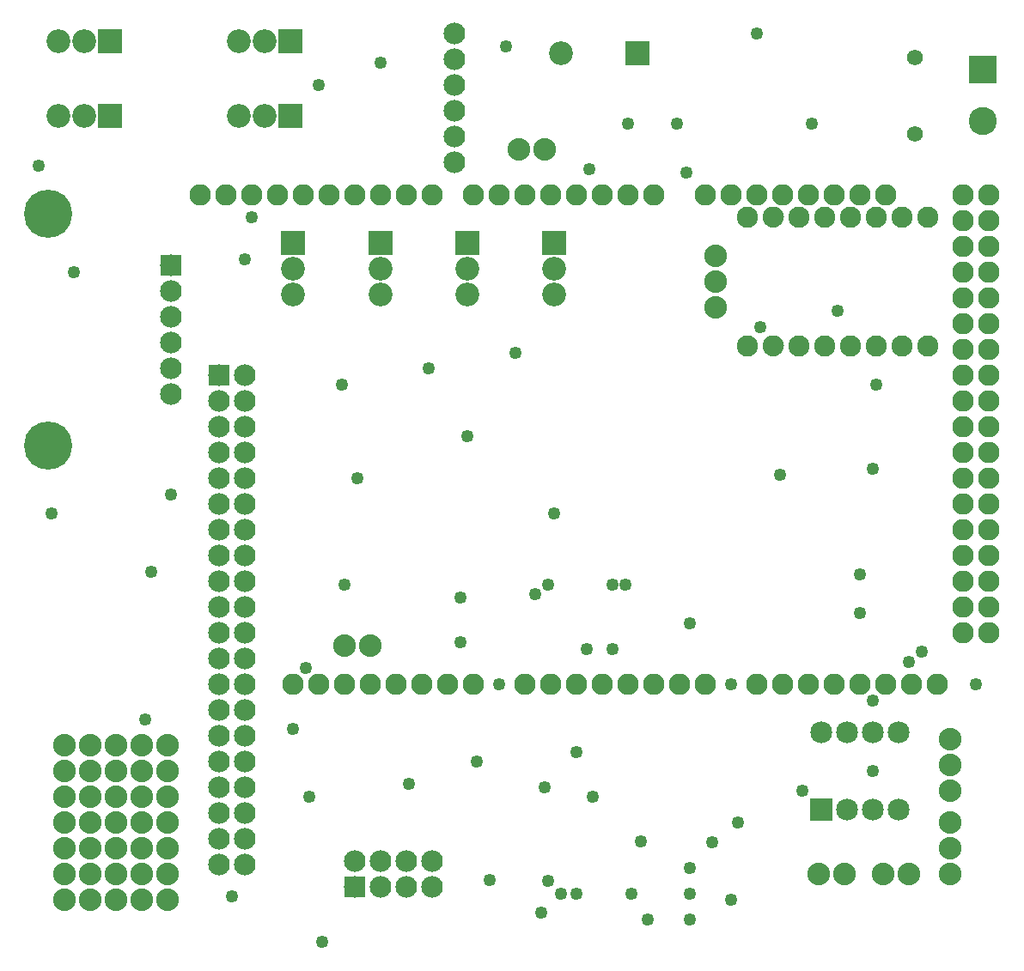
<source format=gbs>
G04 MADE WITH FRITZING*
G04 WWW.FRITZING.ORG*
G04 DOUBLE SIDED*
G04 HOLES PLATED*
G04 CONTOUR ON CENTER OF CONTOUR VECTOR*
%ASAXBY*%
%FSLAX23Y23*%
%MOIN*%
%OFA0B0*%
%SFA1.0B1.0*%
%ADD10C,0.084000*%
%ADD11C,0.049370*%
%ADD12C,0.082472*%
%ADD13C,0.082445*%
%ADD14C,0.082417*%
%ADD15C,0.187165*%
%ADD16C,0.088000*%
%ADD17C,0.085000*%
%ADD18C,0.082917*%
%ADD19C,0.092000*%
%ADD20C,0.061496*%
%ADD21C,0.109055*%
%ADD22R,0.084000X0.084000*%
%ADD23R,0.085000X0.085000*%
%ADD24R,0.092000X0.092000*%
%ADD25R,0.109055X0.109055*%
%ADD26R,0.001000X0.001000*%
%LNMASK0*%
G90*
G70*
G54D10*
X1319Y482D03*
X1419Y482D03*
X1519Y482D03*
X1619Y482D03*
X1319Y382D03*
X1419Y382D03*
X1519Y382D03*
X1619Y382D03*
G54D11*
X144Y1832D03*
X3332Y832D03*
X2882Y3695D03*
X1282Y1557D03*
X532Y1607D03*
X2457Y257D03*
X2432Y558D03*
X1732Y1507D03*
X232Y2770D03*
X1907Y3645D03*
X3094Y3345D03*
X2607Y3157D03*
X919Y2982D03*
X2244Y732D03*
X2057Y770D03*
X1194Y170D03*
X1844Y408D03*
X2782Y332D03*
X2807Y632D03*
X3519Y1295D03*
X3282Y1445D03*
X1419Y3582D03*
X1332Y1970D03*
X2094Y1832D03*
X1757Y2132D03*
X1082Y995D03*
G54D12*
X2844Y2482D03*
X3544Y2982D03*
X3444Y2982D03*
X3344Y2982D03*
X3244Y2982D03*
X3144Y2982D03*
G54D13*
X3044Y2982D03*
G54D12*
X2844Y2982D03*
G54D13*
X3544Y2482D03*
G54D14*
X3444Y2482D03*
G54D13*
X3344Y2482D03*
G54D12*
X3244Y2482D03*
G54D13*
X3144Y2482D03*
G54D14*
X3044Y2482D03*
G54D11*
X2707Y557D03*
X2019Y1520D03*
X2232Y3170D03*
X2070Y407D03*
X2569Y3345D03*
X2382Y3345D03*
X607Y1907D03*
G54D10*
X607Y2794D03*
X607Y2694D03*
X607Y2594D03*
X607Y2494D03*
X607Y2394D03*
X607Y2294D03*
G54D11*
X844Y345D03*
X94Y3182D03*
X1144Y732D03*
X2394Y357D03*
X2182Y357D03*
X2119Y357D03*
X2044Y282D03*
X2620Y257D03*
X2619Y357D03*
X2619Y457D03*
X2181Y905D03*
X3469Y1257D03*
X894Y2820D03*
X3344Y2332D03*
X3282Y1595D03*
X2319Y1557D03*
X2619Y1407D03*
X1794Y870D03*
X1132Y1232D03*
X2219Y1307D03*
X2069Y1557D03*
X2319Y1307D03*
X2369Y1557D03*
X1732Y1332D03*
X3732Y1170D03*
X1532Y782D03*
G54D10*
X1707Y3695D03*
X1707Y3595D03*
X1707Y3495D03*
X1707Y3395D03*
X1707Y3295D03*
X1707Y3195D03*
X1707Y3695D03*
X1707Y3595D03*
X1707Y3495D03*
X1707Y3395D03*
X1707Y3295D03*
X1707Y3195D03*
G54D11*
X3057Y757D03*
G54D15*
X132Y2095D03*
X132Y2995D03*
G54D11*
X1607Y2395D03*
X1944Y2457D03*
X1269Y2332D03*
X1182Y3495D03*
X3332Y1107D03*
X1882Y1170D03*
X507Y1032D03*
X2782Y1170D03*
X3194Y2620D03*
X2969Y1982D03*
X3332Y2007D03*
G54D16*
X594Y332D03*
X494Y332D03*
X394Y332D03*
X294Y332D03*
X194Y332D03*
X594Y932D03*
X494Y932D03*
X394Y932D03*
X294Y932D03*
X194Y932D03*
X194Y732D03*
X294Y732D03*
X394Y732D03*
X494Y732D03*
X494Y432D03*
X494Y532D03*
X194Y432D03*
X194Y532D03*
X294Y432D03*
X294Y532D03*
X394Y432D03*
X394Y532D03*
X594Y432D03*
X594Y532D03*
X194Y832D03*
X294Y832D03*
X394Y832D03*
X494Y832D03*
X494Y632D03*
X594Y632D03*
X1382Y1320D03*
X1282Y1320D03*
X194Y632D03*
X294Y632D03*
X394Y632D03*
X594Y832D03*
X594Y732D03*
G54D11*
X2894Y2557D03*
G54D17*
X3132Y682D03*
X3132Y982D03*
X3232Y682D03*
X3232Y982D03*
X3332Y682D03*
X3332Y982D03*
X3432Y682D03*
X3432Y982D03*
G54D10*
X894Y2370D03*
X894Y2270D03*
X894Y2170D03*
X894Y2070D03*
X894Y1970D03*
X894Y1870D03*
X894Y1770D03*
X894Y1670D03*
X894Y1570D03*
X894Y1470D03*
X894Y1370D03*
X894Y1270D03*
X894Y1170D03*
X894Y1070D03*
X894Y970D03*
X894Y870D03*
X894Y770D03*
X894Y670D03*
X894Y570D03*
X894Y470D03*
X794Y2370D03*
X794Y2270D03*
X794Y2170D03*
X794Y2070D03*
X794Y1970D03*
X794Y1870D03*
X794Y1770D03*
X794Y1670D03*
X794Y1570D03*
X794Y1470D03*
X794Y1370D03*
X794Y1270D03*
X794Y1170D03*
X794Y1070D03*
X794Y970D03*
X794Y870D03*
X794Y770D03*
X794Y670D03*
X794Y570D03*
X794Y470D03*
G54D18*
X2982Y1170D03*
X1382Y1170D03*
X3082Y1170D03*
X3182Y1170D03*
X3282Y1170D03*
X3382Y1170D03*
X3682Y2570D03*
X3482Y1170D03*
X3582Y1170D03*
X1422Y3070D03*
X1982Y1170D03*
X2082Y1170D03*
X2182Y1170D03*
X2282Y1170D03*
X3682Y1770D03*
X2382Y1170D03*
X2482Y1170D03*
X2582Y1170D03*
X2682Y1170D03*
X2182Y3070D03*
X3682Y2970D03*
X3682Y2170D03*
X3682Y1370D03*
X1022Y3070D03*
X1782Y1170D03*
X1782Y3070D03*
X3682Y2770D03*
X3682Y2370D03*
X3682Y1970D03*
X3382Y3070D03*
X3682Y1570D03*
X3282Y3070D03*
X3182Y3070D03*
X3082Y3070D03*
X2982Y3070D03*
X2882Y3070D03*
X2782Y3070D03*
X2682Y3070D03*
X822Y3070D03*
X1222Y3070D03*
X1622Y3070D03*
X1182Y1170D03*
X1582Y1170D03*
X2382Y3070D03*
X1982Y3070D03*
X3682Y3070D03*
X3682Y2870D03*
X3682Y2670D03*
X3682Y2470D03*
X3682Y2270D03*
X3682Y2070D03*
X3682Y1870D03*
X3682Y1670D03*
X3682Y1470D03*
X722Y3070D03*
X922Y3070D03*
X1122Y3070D03*
X1322Y3070D03*
X1522Y3070D03*
X1082Y1170D03*
X1282Y1170D03*
X1482Y1170D03*
X1682Y1170D03*
X2482Y3070D03*
X2282Y3070D03*
X2082Y3070D03*
X1882Y3070D03*
X3782Y3070D03*
X3782Y2970D03*
X3782Y2870D03*
X3782Y2770D03*
X3782Y2670D03*
X3782Y2570D03*
X3782Y2470D03*
X3782Y2370D03*
X3782Y2270D03*
X3782Y2170D03*
X3782Y2070D03*
X3782Y1970D03*
X3782Y1870D03*
X3782Y1770D03*
X3782Y1670D03*
X3782Y1570D03*
X3782Y1470D03*
X3782Y1370D03*
X2882Y1170D03*
G54D19*
X1419Y2882D03*
X1419Y2782D03*
X1419Y2682D03*
X2094Y2882D03*
X2094Y2782D03*
X2094Y2682D03*
X1757Y2882D03*
X1757Y2782D03*
X1757Y2682D03*
X1082Y2882D03*
X1082Y2782D03*
X1082Y2682D03*
G54D16*
X3632Y432D03*
X3632Y532D03*
X3632Y632D03*
X3632Y957D03*
X3632Y857D03*
X3632Y757D03*
X2057Y3245D03*
X1957Y3245D03*
X2719Y2832D03*
X2719Y2732D03*
X2719Y2632D03*
X3119Y432D03*
X3219Y432D03*
X3469Y432D03*
X3369Y432D03*
G54D19*
X2417Y3620D03*
X2119Y3620D03*
G54D20*
X3494Y3307D03*
X3494Y3603D03*
G54D19*
X369Y3377D03*
X269Y3377D03*
X169Y3377D03*
X1069Y3664D03*
X969Y3664D03*
X869Y3664D03*
X369Y3664D03*
X269Y3664D03*
X169Y3664D03*
X1069Y3377D03*
X969Y3377D03*
X869Y3377D03*
G54D21*
X3757Y3557D03*
X3757Y3357D03*
G54D22*
X1319Y382D03*
X607Y2794D03*
G54D23*
X3132Y682D03*
G54D22*
X794Y2370D03*
G54D24*
X1419Y2882D03*
X2094Y2882D03*
X1757Y2882D03*
X1082Y2882D03*
X2418Y3620D03*
X369Y3377D03*
X1069Y3664D03*
X369Y3664D03*
X1069Y3377D03*
G54D25*
X3757Y3557D03*
G54D26*
X2943Y3024D02*
X2944Y3024D01*
X2936Y3023D02*
X2952Y3023D01*
X2932Y3022D02*
X2956Y3022D01*
X2929Y3021D02*
X2959Y3021D01*
X2927Y3020D02*
X2961Y3020D01*
X2925Y3019D02*
X2963Y3019D01*
X2923Y3018D02*
X2965Y3018D01*
X2921Y3017D02*
X2966Y3017D01*
X2920Y3016D02*
X2968Y3016D01*
X2919Y3015D02*
X2969Y3015D01*
X2917Y3014D02*
X2970Y3014D01*
X2916Y3013D02*
X2971Y3013D01*
X2915Y3012D02*
X2972Y3012D01*
X2914Y3011D02*
X2973Y3011D01*
X2913Y3010D02*
X2974Y3010D01*
X2913Y3009D02*
X2975Y3009D01*
X2912Y3008D02*
X2976Y3008D01*
X2911Y3007D02*
X2977Y3007D01*
X2910Y3006D02*
X2977Y3006D01*
X2910Y3005D02*
X2978Y3005D01*
X2909Y3004D02*
X2979Y3004D01*
X2908Y3003D02*
X2979Y3003D01*
X2908Y3002D02*
X2980Y3002D01*
X2907Y3001D02*
X2980Y3001D01*
X2907Y3000D02*
X2981Y3000D01*
X2906Y2999D02*
X2981Y2999D01*
X2906Y2998D02*
X2982Y2998D01*
X2906Y2997D02*
X2982Y2997D01*
X2905Y2996D02*
X2982Y2996D01*
X2905Y2995D02*
X2983Y2995D01*
X2905Y2994D02*
X2983Y2994D01*
X2905Y2993D02*
X2983Y2993D01*
X2904Y2992D02*
X2983Y2992D01*
X2904Y2991D02*
X2984Y2991D01*
X2904Y2990D02*
X2984Y2990D01*
X2904Y2989D02*
X2984Y2989D01*
X2904Y2988D02*
X2984Y2988D01*
X2903Y2987D02*
X2984Y2987D01*
X2903Y2986D02*
X2984Y2986D01*
X2903Y2985D02*
X2984Y2985D01*
X2903Y2984D02*
X2985Y2984D01*
X2903Y2983D02*
X2985Y2983D01*
X2903Y2982D02*
X2985Y2982D01*
X2903Y2981D02*
X2984Y2981D01*
X2903Y2980D02*
X2984Y2980D01*
X2903Y2979D02*
X2984Y2979D01*
X2904Y2978D02*
X2984Y2978D01*
X2904Y2977D02*
X2984Y2977D01*
X2904Y2976D02*
X2984Y2976D01*
X2904Y2975D02*
X2984Y2975D01*
X2904Y2974D02*
X2984Y2974D01*
X2904Y2973D02*
X2983Y2973D01*
X2905Y2972D02*
X2983Y2972D01*
X2905Y2971D02*
X2983Y2971D01*
X2905Y2970D02*
X2983Y2970D01*
X2906Y2969D02*
X2982Y2969D01*
X2906Y2968D02*
X2982Y2968D01*
X2906Y2967D02*
X2981Y2967D01*
X2907Y2966D02*
X2981Y2966D01*
X2907Y2965D02*
X2980Y2965D01*
X2908Y2964D02*
X2980Y2964D01*
X2908Y2963D02*
X2979Y2963D01*
X2909Y2962D02*
X2979Y2962D01*
X2909Y2961D02*
X2978Y2961D01*
X2910Y2960D02*
X2978Y2960D01*
X2911Y2959D02*
X2977Y2959D01*
X2912Y2958D02*
X2976Y2958D01*
X2912Y2957D02*
X2975Y2957D01*
X2913Y2956D02*
X2975Y2956D01*
X2914Y2955D02*
X2974Y2955D01*
X2915Y2954D02*
X2973Y2954D01*
X2916Y2953D02*
X2972Y2953D01*
X2917Y2952D02*
X2971Y2952D01*
X2918Y2951D02*
X2970Y2951D01*
X2920Y2950D02*
X2968Y2950D01*
X2921Y2949D02*
X2967Y2949D01*
X2922Y2948D02*
X2965Y2948D01*
X2924Y2947D02*
X2964Y2947D01*
X2926Y2946D02*
X2962Y2946D01*
X2928Y2945D02*
X2960Y2945D01*
X2931Y2944D02*
X2957Y2944D01*
X2934Y2943D02*
X2954Y2943D01*
X2939Y2942D02*
X2949Y2942D01*
X2944Y2524D02*
X2944Y2524D01*
X2936Y2523D02*
X2952Y2523D01*
X2932Y2522D02*
X2956Y2522D01*
X2929Y2521D02*
X2959Y2521D01*
X2927Y2520D02*
X2961Y2520D01*
X2925Y2519D02*
X2963Y2519D01*
X2923Y2518D02*
X2965Y2518D01*
X2921Y2517D02*
X2966Y2517D01*
X2920Y2516D02*
X2968Y2516D01*
X2919Y2515D02*
X2969Y2515D01*
X2918Y2514D02*
X2970Y2514D01*
X2916Y2513D02*
X2971Y2513D01*
X2915Y2512D02*
X2972Y2512D01*
X2914Y2511D02*
X2973Y2511D01*
X2913Y2510D02*
X2974Y2510D01*
X2913Y2509D02*
X2975Y2509D01*
X2912Y2508D02*
X2976Y2508D01*
X2911Y2507D02*
X2977Y2507D01*
X2910Y2506D02*
X2977Y2506D01*
X2910Y2505D02*
X2978Y2505D01*
X2909Y2504D02*
X2979Y2504D01*
X2909Y2503D02*
X2979Y2503D01*
X2908Y2502D02*
X2980Y2502D01*
X2907Y2501D02*
X2980Y2501D01*
X2907Y2500D02*
X2981Y2500D01*
X2906Y2499D02*
X2981Y2499D01*
X2906Y2498D02*
X2982Y2498D01*
X2906Y2497D02*
X2982Y2497D01*
X2905Y2496D02*
X2982Y2496D01*
X2905Y2495D02*
X2983Y2495D01*
X2905Y2494D02*
X2983Y2494D01*
X2905Y2493D02*
X2983Y2493D01*
X2904Y2492D02*
X2983Y2492D01*
X2904Y2491D02*
X2984Y2491D01*
X2904Y2490D02*
X2984Y2490D01*
X2904Y2489D02*
X2984Y2489D01*
X2904Y2488D02*
X2984Y2488D01*
X2903Y2487D02*
X2984Y2487D01*
X2903Y2486D02*
X2984Y2486D01*
X2903Y2485D02*
X2984Y2485D01*
X2903Y2484D02*
X2985Y2484D01*
X2903Y2483D02*
X2985Y2483D01*
X2903Y2482D02*
X2985Y2482D01*
X2903Y2481D02*
X2984Y2481D01*
X2903Y2480D02*
X2984Y2480D01*
X2903Y2479D02*
X2984Y2479D01*
X2904Y2478D02*
X2984Y2478D01*
X2904Y2477D02*
X2984Y2477D01*
X2904Y2476D02*
X2984Y2476D01*
X2904Y2475D02*
X2984Y2475D01*
X2904Y2474D02*
X2984Y2474D01*
X2904Y2473D02*
X2983Y2473D01*
X2905Y2472D02*
X2983Y2472D01*
X2905Y2471D02*
X2983Y2471D01*
X2905Y2470D02*
X2983Y2470D01*
X2906Y2469D02*
X2982Y2469D01*
X2906Y2468D02*
X2982Y2468D01*
X2906Y2467D02*
X2981Y2467D01*
X2907Y2466D02*
X2981Y2466D01*
X2907Y2465D02*
X2980Y2465D01*
X2908Y2464D02*
X2980Y2464D01*
X2908Y2463D02*
X2979Y2463D01*
X2909Y2462D02*
X2979Y2462D01*
X2910Y2461D02*
X2978Y2461D01*
X2910Y2460D02*
X2978Y2460D01*
X2911Y2459D02*
X2977Y2459D01*
X2912Y2458D02*
X2976Y2458D01*
X2912Y2457D02*
X2975Y2457D01*
X2913Y2456D02*
X2975Y2456D01*
X2914Y2455D02*
X2974Y2455D01*
X2915Y2454D02*
X2973Y2454D01*
X2916Y2453D02*
X2972Y2453D01*
X2917Y2452D02*
X2971Y2452D01*
X2918Y2451D02*
X2970Y2451D01*
X2920Y2450D02*
X2968Y2450D01*
X2921Y2449D02*
X2967Y2449D01*
X2922Y2448D02*
X2965Y2448D01*
X2924Y2447D02*
X2964Y2447D01*
X2926Y2446D02*
X2962Y2446D01*
X2928Y2445D02*
X2960Y2445D01*
X2931Y2444D02*
X2957Y2444D01*
X2934Y2443D02*
X2954Y2443D01*
X2939Y2442D02*
X2949Y2442D01*
D02*
G04 End of Mask0*
M02*
</source>
